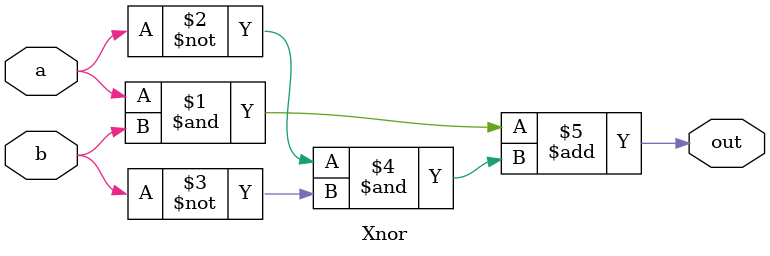
<source format=v>
module Xnor( 
    input a, 
    input b, 
    output out );

    assign out= (a&b)+(~a&~b);
endmodule
</source>
